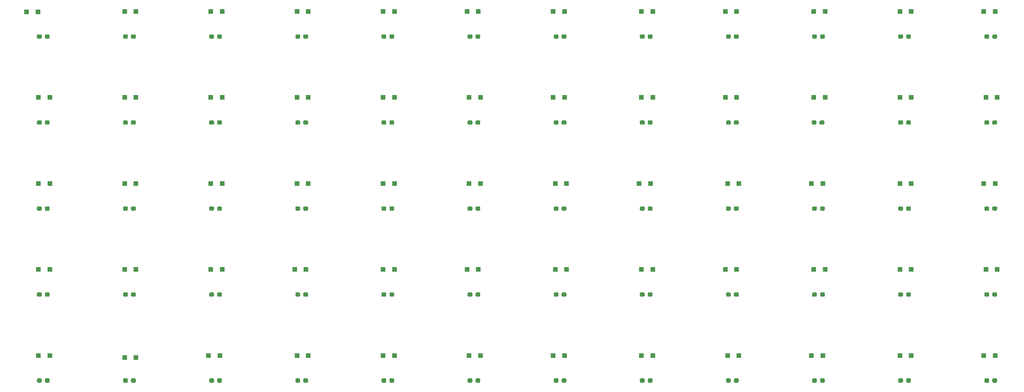
<source format=gbr>
%TF.GenerationSoftware,KiCad,Pcbnew,(5.1.9)-1*%
%TF.CreationDate,2021-10-30T21:00:12+02:00*%
%TF.ProjectId,88RPI,38385250-492e-46b6-9963-61645f706362,rev?*%
%TF.SameCoordinates,Original*%
%TF.FileFunction,Paste,Top*%
%TF.FilePolarity,Positive*%
%FSLAX46Y46*%
G04 Gerber Fmt 4.6, Leading zero omitted, Abs format (unit mm)*
G04 Created by KiCad (PCBNEW (5.1.9)-1) date 2021-10-30 21:00:12*
%MOMM*%
%LPD*%
G01*
G04 APERTURE LIST*
%ADD10R,1.000000X1.000000*%
G04 APERTURE END LIST*
%TO.C,SW1*%
G36*
G01*
X30150000Y-88779900D02*
X30150000Y-88304900D01*
G75*
G02*
X30387500Y-88067400I237500J0D01*
G01*
X30962500Y-88067400D01*
G75*
G02*
X31200000Y-88304900I0J-237500D01*
G01*
X31200000Y-88779900D01*
G75*
G02*
X30962500Y-89017400I-237500J0D01*
G01*
X30387500Y-89017400D01*
G75*
G02*
X30150000Y-88779900I0J237500D01*
G01*
G37*
G36*
G01*
X28400000Y-88779900D02*
X28400000Y-88304900D01*
G75*
G02*
X28637500Y-88067400I237500J0D01*
G01*
X29212500Y-88067400D01*
G75*
G02*
X29450000Y-88304900I0J-237500D01*
G01*
X29450000Y-88779900D01*
G75*
G02*
X29212500Y-89017400I-237500J0D01*
G01*
X28637500Y-89017400D01*
G75*
G02*
X28400000Y-88779900I0J237500D01*
G01*
G37*
%TD*%
%TO.C,SW2*%
G36*
G01*
X47400000Y-88779900D02*
X47400000Y-88304900D01*
G75*
G02*
X47637500Y-88067400I237500J0D01*
G01*
X48212500Y-88067400D01*
G75*
G02*
X48450000Y-88304900I0J-237500D01*
G01*
X48450000Y-88779900D01*
G75*
G02*
X48212500Y-89017400I-237500J0D01*
G01*
X47637500Y-89017400D01*
G75*
G02*
X47400000Y-88779900I0J237500D01*
G01*
G37*
G36*
G01*
X49150000Y-88779900D02*
X49150000Y-88304900D01*
G75*
G02*
X49387500Y-88067400I237500J0D01*
G01*
X49962500Y-88067400D01*
G75*
G02*
X50200000Y-88304900I0J-237500D01*
G01*
X50200000Y-88779900D01*
G75*
G02*
X49962500Y-89017400I-237500J0D01*
G01*
X49387500Y-89017400D01*
G75*
G02*
X49150000Y-88779900I0J237500D01*
G01*
G37*
%TD*%
%TO.C,SW3*%
G36*
G01*
X68150000Y-88779900D02*
X68150000Y-88304900D01*
G75*
G02*
X68387500Y-88067400I237500J0D01*
G01*
X68962500Y-88067400D01*
G75*
G02*
X69200000Y-88304900I0J-237500D01*
G01*
X69200000Y-88779900D01*
G75*
G02*
X68962500Y-89017400I-237500J0D01*
G01*
X68387500Y-89017400D01*
G75*
G02*
X68150000Y-88779900I0J237500D01*
G01*
G37*
G36*
G01*
X66400000Y-88779900D02*
X66400000Y-88304900D01*
G75*
G02*
X66637500Y-88067400I237500J0D01*
G01*
X67212500Y-88067400D01*
G75*
G02*
X67450000Y-88304900I0J-237500D01*
G01*
X67450000Y-88779900D01*
G75*
G02*
X67212500Y-89017400I-237500J0D01*
G01*
X66637500Y-89017400D01*
G75*
G02*
X66400000Y-88779900I0J237500D01*
G01*
G37*
%TD*%
%TO.C,SW4*%
G36*
G01*
X85400000Y-88779900D02*
X85400000Y-88304900D01*
G75*
G02*
X85637500Y-88067400I237500J0D01*
G01*
X86212500Y-88067400D01*
G75*
G02*
X86450000Y-88304900I0J-237500D01*
G01*
X86450000Y-88779900D01*
G75*
G02*
X86212500Y-89017400I-237500J0D01*
G01*
X85637500Y-89017400D01*
G75*
G02*
X85400000Y-88779900I0J237500D01*
G01*
G37*
G36*
G01*
X87150000Y-88779900D02*
X87150000Y-88304900D01*
G75*
G02*
X87387500Y-88067400I237500J0D01*
G01*
X87962500Y-88067400D01*
G75*
G02*
X88200000Y-88304900I0J-237500D01*
G01*
X88200000Y-88779900D01*
G75*
G02*
X87962500Y-89017400I-237500J0D01*
G01*
X87387500Y-89017400D01*
G75*
G02*
X87150000Y-88779900I0J237500D01*
G01*
G37*
%TD*%
%TO.C,SW5*%
G36*
G01*
X106150000Y-88779900D02*
X106150000Y-88304900D01*
G75*
G02*
X106387500Y-88067400I237500J0D01*
G01*
X106962500Y-88067400D01*
G75*
G02*
X107200000Y-88304900I0J-237500D01*
G01*
X107200000Y-88779900D01*
G75*
G02*
X106962500Y-89017400I-237500J0D01*
G01*
X106387500Y-89017400D01*
G75*
G02*
X106150000Y-88779900I0J237500D01*
G01*
G37*
G36*
G01*
X104400000Y-88779900D02*
X104400000Y-88304900D01*
G75*
G02*
X104637500Y-88067400I237500J0D01*
G01*
X105212500Y-88067400D01*
G75*
G02*
X105450000Y-88304900I0J-237500D01*
G01*
X105450000Y-88779900D01*
G75*
G02*
X105212500Y-89017400I-237500J0D01*
G01*
X104637500Y-89017400D01*
G75*
G02*
X104400000Y-88779900I0J237500D01*
G01*
G37*
%TD*%
%TO.C,SW6*%
G36*
G01*
X123400000Y-88779900D02*
X123400000Y-88304900D01*
G75*
G02*
X123637500Y-88067400I237500J0D01*
G01*
X124212500Y-88067400D01*
G75*
G02*
X124450000Y-88304900I0J-237500D01*
G01*
X124450000Y-88779900D01*
G75*
G02*
X124212500Y-89017400I-237500J0D01*
G01*
X123637500Y-89017400D01*
G75*
G02*
X123400000Y-88779900I0J237500D01*
G01*
G37*
G36*
G01*
X125150000Y-88779900D02*
X125150000Y-88304900D01*
G75*
G02*
X125387500Y-88067400I237500J0D01*
G01*
X125962500Y-88067400D01*
G75*
G02*
X126200000Y-88304900I0J-237500D01*
G01*
X126200000Y-88779900D01*
G75*
G02*
X125962500Y-89017400I-237500J0D01*
G01*
X125387500Y-89017400D01*
G75*
G02*
X125150000Y-88779900I0J237500D01*
G01*
G37*
%TD*%
%TO.C,SW7*%
G36*
G01*
X144150000Y-88779900D02*
X144150000Y-88304900D01*
G75*
G02*
X144387500Y-88067400I237500J0D01*
G01*
X144962500Y-88067400D01*
G75*
G02*
X145200000Y-88304900I0J-237500D01*
G01*
X145200000Y-88779900D01*
G75*
G02*
X144962500Y-89017400I-237500J0D01*
G01*
X144387500Y-89017400D01*
G75*
G02*
X144150000Y-88779900I0J237500D01*
G01*
G37*
G36*
G01*
X142400000Y-88779900D02*
X142400000Y-88304900D01*
G75*
G02*
X142637500Y-88067400I237500J0D01*
G01*
X143212500Y-88067400D01*
G75*
G02*
X143450000Y-88304900I0J-237500D01*
G01*
X143450000Y-88779900D01*
G75*
G02*
X143212500Y-89017400I-237500J0D01*
G01*
X142637500Y-89017400D01*
G75*
G02*
X142400000Y-88779900I0J237500D01*
G01*
G37*
%TD*%
%TO.C,SW8*%
G36*
G01*
X161400000Y-88779900D02*
X161400000Y-88304900D01*
G75*
G02*
X161637500Y-88067400I237500J0D01*
G01*
X162212500Y-88067400D01*
G75*
G02*
X162450000Y-88304900I0J-237500D01*
G01*
X162450000Y-88779900D01*
G75*
G02*
X162212500Y-89017400I-237500J0D01*
G01*
X161637500Y-89017400D01*
G75*
G02*
X161400000Y-88779900I0J237500D01*
G01*
G37*
G36*
G01*
X163150000Y-88779900D02*
X163150000Y-88304900D01*
G75*
G02*
X163387500Y-88067400I237500J0D01*
G01*
X163962500Y-88067400D01*
G75*
G02*
X164200000Y-88304900I0J-237500D01*
G01*
X164200000Y-88779900D01*
G75*
G02*
X163962500Y-89017400I-237500J0D01*
G01*
X163387500Y-89017400D01*
G75*
G02*
X163150000Y-88779900I0J237500D01*
G01*
G37*
%TD*%
%TO.C,SW9*%
G36*
G01*
X182150000Y-88779900D02*
X182150000Y-88304900D01*
G75*
G02*
X182387500Y-88067400I237500J0D01*
G01*
X182962500Y-88067400D01*
G75*
G02*
X183200000Y-88304900I0J-237500D01*
G01*
X183200000Y-88779900D01*
G75*
G02*
X182962500Y-89017400I-237500J0D01*
G01*
X182387500Y-89017400D01*
G75*
G02*
X182150000Y-88779900I0J237500D01*
G01*
G37*
G36*
G01*
X180400000Y-88779900D02*
X180400000Y-88304900D01*
G75*
G02*
X180637500Y-88067400I237500J0D01*
G01*
X181212500Y-88067400D01*
G75*
G02*
X181450000Y-88304900I0J-237500D01*
G01*
X181450000Y-88779900D01*
G75*
G02*
X181212500Y-89017400I-237500J0D01*
G01*
X180637500Y-89017400D01*
G75*
G02*
X180400000Y-88779900I0J237500D01*
G01*
G37*
%TD*%
%TO.C,SW10*%
G36*
G01*
X201150000Y-88779900D02*
X201150000Y-88304900D01*
G75*
G02*
X201387500Y-88067400I237500J0D01*
G01*
X201962500Y-88067400D01*
G75*
G02*
X202200000Y-88304900I0J-237500D01*
G01*
X202200000Y-88779900D01*
G75*
G02*
X201962500Y-89017400I-237500J0D01*
G01*
X201387500Y-89017400D01*
G75*
G02*
X201150000Y-88779900I0J237500D01*
G01*
G37*
G36*
G01*
X199400000Y-88779900D02*
X199400000Y-88304900D01*
G75*
G02*
X199637500Y-88067400I237500J0D01*
G01*
X200212500Y-88067400D01*
G75*
G02*
X200450000Y-88304900I0J-237500D01*
G01*
X200450000Y-88779900D01*
G75*
G02*
X200212500Y-89017400I-237500J0D01*
G01*
X199637500Y-89017400D01*
G75*
G02*
X199400000Y-88779900I0J237500D01*
G01*
G37*
%TD*%
%TO.C,SW11*%
G36*
G01*
X220150000Y-88779900D02*
X220150000Y-88304900D01*
G75*
G02*
X220387500Y-88067400I237500J0D01*
G01*
X220962500Y-88067400D01*
G75*
G02*
X221200000Y-88304900I0J-237500D01*
G01*
X221200000Y-88779900D01*
G75*
G02*
X220962500Y-89017400I-237500J0D01*
G01*
X220387500Y-89017400D01*
G75*
G02*
X220150000Y-88779900I0J237500D01*
G01*
G37*
G36*
G01*
X218400000Y-88779900D02*
X218400000Y-88304900D01*
G75*
G02*
X218637500Y-88067400I237500J0D01*
G01*
X219212500Y-88067400D01*
G75*
G02*
X219450000Y-88304900I0J-237500D01*
G01*
X219450000Y-88779900D01*
G75*
G02*
X219212500Y-89017400I-237500J0D01*
G01*
X218637500Y-89017400D01*
G75*
G02*
X218400000Y-88779900I0J237500D01*
G01*
G37*
%TD*%
%TO.C,SW12*%
G36*
G01*
X237400000Y-88779900D02*
X237400000Y-88304900D01*
G75*
G02*
X237637500Y-88067400I237500J0D01*
G01*
X238212500Y-88067400D01*
G75*
G02*
X238450000Y-88304900I0J-237500D01*
G01*
X238450000Y-88779900D01*
G75*
G02*
X238212500Y-89017400I-237500J0D01*
G01*
X237637500Y-89017400D01*
G75*
G02*
X237400000Y-88779900I0J237500D01*
G01*
G37*
G36*
G01*
X239150000Y-88779900D02*
X239150000Y-88304900D01*
G75*
G02*
X239387500Y-88067400I237500J0D01*
G01*
X239962500Y-88067400D01*
G75*
G02*
X240200000Y-88304900I0J-237500D01*
G01*
X240200000Y-88779900D01*
G75*
G02*
X239962500Y-89017400I-237500J0D01*
G01*
X239387500Y-89017400D01*
G75*
G02*
X239150000Y-88779900I0J237500D01*
G01*
G37*
%TD*%
%TO.C,SW13*%
G36*
G01*
X30150000Y-107779900D02*
X30150000Y-107304900D01*
G75*
G02*
X30387500Y-107067400I237500J0D01*
G01*
X30962500Y-107067400D01*
G75*
G02*
X31200000Y-107304900I0J-237500D01*
G01*
X31200000Y-107779900D01*
G75*
G02*
X30962500Y-108017400I-237500J0D01*
G01*
X30387500Y-108017400D01*
G75*
G02*
X30150000Y-107779900I0J237500D01*
G01*
G37*
G36*
G01*
X28400000Y-107779900D02*
X28400000Y-107304900D01*
G75*
G02*
X28637500Y-107067400I237500J0D01*
G01*
X29212500Y-107067400D01*
G75*
G02*
X29450000Y-107304900I0J-237500D01*
G01*
X29450000Y-107779900D01*
G75*
G02*
X29212500Y-108017400I-237500J0D01*
G01*
X28637500Y-108017400D01*
G75*
G02*
X28400000Y-107779900I0J237500D01*
G01*
G37*
%TD*%
%TO.C,SW14*%
G36*
G01*
X47400000Y-107779900D02*
X47400000Y-107304900D01*
G75*
G02*
X47637500Y-107067400I237500J0D01*
G01*
X48212500Y-107067400D01*
G75*
G02*
X48450000Y-107304900I0J-237500D01*
G01*
X48450000Y-107779900D01*
G75*
G02*
X48212500Y-108017400I-237500J0D01*
G01*
X47637500Y-108017400D01*
G75*
G02*
X47400000Y-107779900I0J237500D01*
G01*
G37*
G36*
G01*
X49150000Y-107779900D02*
X49150000Y-107304900D01*
G75*
G02*
X49387500Y-107067400I237500J0D01*
G01*
X49962500Y-107067400D01*
G75*
G02*
X50200000Y-107304900I0J-237500D01*
G01*
X50200000Y-107779900D01*
G75*
G02*
X49962500Y-108017400I-237500J0D01*
G01*
X49387500Y-108017400D01*
G75*
G02*
X49150000Y-107779900I0J237500D01*
G01*
G37*
%TD*%
%TO.C,SW15*%
G36*
G01*
X68150000Y-107779900D02*
X68150000Y-107304900D01*
G75*
G02*
X68387500Y-107067400I237500J0D01*
G01*
X68962500Y-107067400D01*
G75*
G02*
X69200000Y-107304900I0J-237500D01*
G01*
X69200000Y-107779900D01*
G75*
G02*
X68962500Y-108017400I-237500J0D01*
G01*
X68387500Y-108017400D01*
G75*
G02*
X68150000Y-107779900I0J237500D01*
G01*
G37*
G36*
G01*
X66400000Y-107779900D02*
X66400000Y-107304900D01*
G75*
G02*
X66637500Y-107067400I237500J0D01*
G01*
X67212500Y-107067400D01*
G75*
G02*
X67450000Y-107304900I0J-237500D01*
G01*
X67450000Y-107779900D01*
G75*
G02*
X67212500Y-108017400I-237500J0D01*
G01*
X66637500Y-108017400D01*
G75*
G02*
X66400000Y-107779900I0J237500D01*
G01*
G37*
%TD*%
%TO.C,SW16*%
G36*
G01*
X85400000Y-107779900D02*
X85400000Y-107304900D01*
G75*
G02*
X85637500Y-107067400I237500J0D01*
G01*
X86212500Y-107067400D01*
G75*
G02*
X86450000Y-107304900I0J-237500D01*
G01*
X86450000Y-107779900D01*
G75*
G02*
X86212500Y-108017400I-237500J0D01*
G01*
X85637500Y-108017400D01*
G75*
G02*
X85400000Y-107779900I0J237500D01*
G01*
G37*
G36*
G01*
X87150000Y-107779900D02*
X87150000Y-107304900D01*
G75*
G02*
X87387500Y-107067400I237500J0D01*
G01*
X87962500Y-107067400D01*
G75*
G02*
X88200000Y-107304900I0J-237500D01*
G01*
X88200000Y-107779900D01*
G75*
G02*
X87962500Y-108017400I-237500J0D01*
G01*
X87387500Y-108017400D01*
G75*
G02*
X87150000Y-107779900I0J237500D01*
G01*
G37*
%TD*%
%TO.C,SW17*%
G36*
G01*
X106150000Y-107779900D02*
X106150000Y-107304900D01*
G75*
G02*
X106387500Y-107067400I237500J0D01*
G01*
X106962500Y-107067400D01*
G75*
G02*
X107200000Y-107304900I0J-237500D01*
G01*
X107200000Y-107779900D01*
G75*
G02*
X106962500Y-108017400I-237500J0D01*
G01*
X106387500Y-108017400D01*
G75*
G02*
X106150000Y-107779900I0J237500D01*
G01*
G37*
G36*
G01*
X104400000Y-107779900D02*
X104400000Y-107304900D01*
G75*
G02*
X104637500Y-107067400I237500J0D01*
G01*
X105212500Y-107067400D01*
G75*
G02*
X105450000Y-107304900I0J-237500D01*
G01*
X105450000Y-107779900D01*
G75*
G02*
X105212500Y-108017400I-237500J0D01*
G01*
X104637500Y-108017400D01*
G75*
G02*
X104400000Y-107779900I0J237500D01*
G01*
G37*
%TD*%
%TO.C,SW18*%
G36*
G01*
X125150000Y-107779900D02*
X125150000Y-107304900D01*
G75*
G02*
X125387500Y-107067400I237500J0D01*
G01*
X125962500Y-107067400D01*
G75*
G02*
X126200000Y-107304900I0J-237500D01*
G01*
X126200000Y-107779900D01*
G75*
G02*
X125962500Y-108017400I-237500J0D01*
G01*
X125387500Y-108017400D01*
G75*
G02*
X125150000Y-107779900I0J237500D01*
G01*
G37*
G36*
G01*
X123400000Y-107779900D02*
X123400000Y-107304900D01*
G75*
G02*
X123637500Y-107067400I237500J0D01*
G01*
X124212500Y-107067400D01*
G75*
G02*
X124450000Y-107304900I0J-237500D01*
G01*
X124450000Y-107779900D01*
G75*
G02*
X124212500Y-108017400I-237500J0D01*
G01*
X123637500Y-108017400D01*
G75*
G02*
X123400000Y-107779900I0J237500D01*
G01*
G37*
%TD*%
%TO.C,SW19*%
G36*
G01*
X144150000Y-107779900D02*
X144150000Y-107304900D01*
G75*
G02*
X144387500Y-107067400I237500J0D01*
G01*
X144962500Y-107067400D01*
G75*
G02*
X145200000Y-107304900I0J-237500D01*
G01*
X145200000Y-107779900D01*
G75*
G02*
X144962500Y-108017400I-237500J0D01*
G01*
X144387500Y-108017400D01*
G75*
G02*
X144150000Y-107779900I0J237500D01*
G01*
G37*
G36*
G01*
X142400000Y-107779900D02*
X142400000Y-107304900D01*
G75*
G02*
X142637500Y-107067400I237500J0D01*
G01*
X143212500Y-107067400D01*
G75*
G02*
X143450000Y-107304900I0J-237500D01*
G01*
X143450000Y-107779900D01*
G75*
G02*
X143212500Y-108017400I-237500J0D01*
G01*
X142637500Y-108017400D01*
G75*
G02*
X142400000Y-107779900I0J237500D01*
G01*
G37*
%TD*%
%TO.C,SW20*%
G36*
G01*
X161400000Y-107779900D02*
X161400000Y-107304900D01*
G75*
G02*
X161637500Y-107067400I237500J0D01*
G01*
X162212500Y-107067400D01*
G75*
G02*
X162450000Y-107304900I0J-237500D01*
G01*
X162450000Y-107779900D01*
G75*
G02*
X162212500Y-108017400I-237500J0D01*
G01*
X161637500Y-108017400D01*
G75*
G02*
X161400000Y-107779900I0J237500D01*
G01*
G37*
G36*
G01*
X163150000Y-107779900D02*
X163150000Y-107304900D01*
G75*
G02*
X163387500Y-107067400I237500J0D01*
G01*
X163962500Y-107067400D01*
G75*
G02*
X164200000Y-107304900I0J-237500D01*
G01*
X164200000Y-107779900D01*
G75*
G02*
X163962500Y-108017400I-237500J0D01*
G01*
X163387500Y-108017400D01*
G75*
G02*
X163150000Y-107779900I0J237500D01*
G01*
G37*
%TD*%
%TO.C,SW21*%
G36*
G01*
X182150000Y-107779900D02*
X182150000Y-107304900D01*
G75*
G02*
X182387500Y-107067400I237500J0D01*
G01*
X182962500Y-107067400D01*
G75*
G02*
X183200000Y-107304900I0J-237500D01*
G01*
X183200000Y-107779900D01*
G75*
G02*
X182962500Y-108017400I-237500J0D01*
G01*
X182387500Y-108017400D01*
G75*
G02*
X182150000Y-107779900I0J237500D01*
G01*
G37*
G36*
G01*
X180400000Y-107779900D02*
X180400000Y-107304900D01*
G75*
G02*
X180637500Y-107067400I237500J0D01*
G01*
X181212500Y-107067400D01*
G75*
G02*
X181450000Y-107304900I0J-237500D01*
G01*
X181450000Y-107779900D01*
G75*
G02*
X181212500Y-108017400I-237500J0D01*
G01*
X180637500Y-108017400D01*
G75*
G02*
X180400000Y-107779900I0J237500D01*
G01*
G37*
%TD*%
%TO.C,SW22*%
G36*
G01*
X199300000Y-107779900D02*
X199300000Y-107304900D01*
G75*
G02*
X199537500Y-107067400I237500J0D01*
G01*
X200112500Y-107067400D01*
G75*
G02*
X200350000Y-107304900I0J-237500D01*
G01*
X200350000Y-107779900D01*
G75*
G02*
X200112500Y-108017400I-237500J0D01*
G01*
X199537500Y-108017400D01*
G75*
G02*
X199300000Y-107779900I0J237500D01*
G01*
G37*
G36*
G01*
X201050000Y-107779900D02*
X201050000Y-107304900D01*
G75*
G02*
X201287500Y-107067400I237500J0D01*
G01*
X201862500Y-107067400D01*
G75*
G02*
X202100000Y-107304900I0J-237500D01*
G01*
X202100000Y-107779900D01*
G75*
G02*
X201862500Y-108017400I-237500J0D01*
G01*
X201287500Y-108017400D01*
G75*
G02*
X201050000Y-107779900I0J237500D01*
G01*
G37*
%TD*%
%TO.C,SW23*%
G36*
G01*
X220150000Y-107779900D02*
X220150000Y-107304900D01*
G75*
G02*
X220387500Y-107067400I237500J0D01*
G01*
X220962500Y-107067400D01*
G75*
G02*
X221200000Y-107304900I0J-237500D01*
G01*
X221200000Y-107779900D01*
G75*
G02*
X220962500Y-108017400I-237500J0D01*
G01*
X220387500Y-108017400D01*
G75*
G02*
X220150000Y-107779900I0J237500D01*
G01*
G37*
G36*
G01*
X218400000Y-107779900D02*
X218400000Y-107304900D01*
G75*
G02*
X218637500Y-107067400I237500J0D01*
G01*
X219212500Y-107067400D01*
G75*
G02*
X219450000Y-107304900I0J-237500D01*
G01*
X219450000Y-107779900D01*
G75*
G02*
X219212500Y-108017400I-237500J0D01*
G01*
X218637500Y-108017400D01*
G75*
G02*
X218400000Y-107779900I0J237500D01*
G01*
G37*
%TD*%
%TO.C,SW24*%
G36*
G01*
X237400000Y-107779900D02*
X237400000Y-107304900D01*
G75*
G02*
X237637500Y-107067400I237500J0D01*
G01*
X238212500Y-107067400D01*
G75*
G02*
X238450000Y-107304900I0J-237500D01*
G01*
X238450000Y-107779900D01*
G75*
G02*
X238212500Y-108017400I-237500J0D01*
G01*
X237637500Y-108017400D01*
G75*
G02*
X237400000Y-107779900I0J237500D01*
G01*
G37*
G36*
G01*
X239150000Y-107779900D02*
X239150000Y-107304900D01*
G75*
G02*
X239387500Y-107067400I237500J0D01*
G01*
X239962500Y-107067400D01*
G75*
G02*
X240200000Y-107304900I0J-237500D01*
G01*
X240200000Y-107779900D01*
G75*
G02*
X239962500Y-108017400I-237500J0D01*
G01*
X239387500Y-108017400D01*
G75*
G02*
X239150000Y-107779900I0J237500D01*
G01*
G37*
%TD*%
%TO.C,SW25*%
G36*
G01*
X30150000Y-126779900D02*
X30150000Y-126304900D01*
G75*
G02*
X30387500Y-126067400I237500J0D01*
G01*
X30962500Y-126067400D01*
G75*
G02*
X31200000Y-126304900I0J-237500D01*
G01*
X31200000Y-126779900D01*
G75*
G02*
X30962500Y-127017400I-237500J0D01*
G01*
X30387500Y-127017400D01*
G75*
G02*
X30150000Y-126779900I0J237500D01*
G01*
G37*
G36*
G01*
X28400000Y-126779900D02*
X28400000Y-126304900D01*
G75*
G02*
X28637500Y-126067400I237500J0D01*
G01*
X29212500Y-126067400D01*
G75*
G02*
X29450000Y-126304900I0J-237500D01*
G01*
X29450000Y-126779900D01*
G75*
G02*
X29212500Y-127017400I-237500J0D01*
G01*
X28637500Y-127017400D01*
G75*
G02*
X28400000Y-126779900I0J237500D01*
G01*
G37*
%TD*%
%TO.C,SW26*%
G36*
G01*
X47400000Y-126779900D02*
X47400000Y-126304900D01*
G75*
G02*
X47637500Y-126067400I237500J0D01*
G01*
X48212500Y-126067400D01*
G75*
G02*
X48450000Y-126304900I0J-237500D01*
G01*
X48450000Y-126779900D01*
G75*
G02*
X48212500Y-127017400I-237500J0D01*
G01*
X47637500Y-127017400D01*
G75*
G02*
X47400000Y-126779900I0J237500D01*
G01*
G37*
G36*
G01*
X49150000Y-126779900D02*
X49150000Y-126304900D01*
G75*
G02*
X49387500Y-126067400I237500J0D01*
G01*
X49962500Y-126067400D01*
G75*
G02*
X50200000Y-126304900I0J-237500D01*
G01*
X50200000Y-126779900D01*
G75*
G02*
X49962500Y-127017400I-237500J0D01*
G01*
X49387500Y-127017400D01*
G75*
G02*
X49150000Y-126779900I0J237500D01*
G01*
G37*
%TD*%
%TO.C,SW27*%
G36*
G01*
X66400000Y-126779900D02*
X66400000Y-126304900D01*
G75*
G02*
X66637500Y-126067400I237500J0D01*
G01*
X67212500Y-126067400D01*
G75*
G02*
X67450000Y-126304900I0J-237500D01*
G01*
X67450000Y-126779900D01*
G75*
G02*
X67212500Y-127017400I-237500J0D01*
G01*
X66637500Y-127017400D01*
G75*
G02*
X66400000Y-126779900I0J237500D01*
G01*
G37*
G36*
G01*
X68150000Y-126779900D02*
X68150000Y-126304900D01*
G75*
G02*
X68387500Y-126067400I237500J0D01*
G01*
X68962500Y-126067400D01*
G75*
G02*
X69200000Y-126304900I0J-237500D01*
G01*
X69200000Y-126779900D01*
G75*
G02*
X68962500Y-127017400I-237500J0D01*
G01*
X68387500Y-127017400D01*
G75*
G02*
X68150000Y-126779900I0J237500D01*
G01*
G37*
%TD*%
%TO.C,SW28*%
G36*
G01*
X85400000Y-126779900D02*
X85400000Y-126304900D01*
G75*
G02*
X85637500Y-126067400I237500J0D01*
G01*
X86212500Y-126067400D01*
G75*
G02*
X86450000Y-126304900I0J-237500D01*
G01*
X86450000Y-126779900D01*
G75*
G02*
X86212500Y-127017400I-237500J0D01*
G01*
X85637500Y-127017400D01*
G75*
G02*
X85400000Y-126779900I0J237500D01*
G01*
G37*
G36*
G01*
X87150000Y-126779900D02*
X87150000Y-126304900D01*
G75*
G02*
X87387500Y-126067400I237500J0D01*
G01*
X87962500Y-126067400D01*
G75*
G02*
X88200000Y-126304900I0J-237500D01*
G01*
X88200000Y-126779900D01*
G75*
G02*
X87962500Y-127017400I-237500J0D01*
G01*
X87387500Y-127017400D01*
G75*
G02*
X87150000Y-126779900I0J237500D01*
G01*
G37*
%TD*%
%TO.C,SW29*%
G36*
G01*
X106150000Y-126779900D02*
X106150000Y-126304900D01*
G75*
G02*
X106387500Y-126067400I237500J0D01*
G01*
X106962500Y-126067400D01*
G75*
G02*
X107200000Y-126304900I0J-237500D01*
G01*
X107200000Y-126779900D01*
G75*
G02*
X106962500Y-127017400I-237500J0D01*
G01*
X106387500Y-127017400D01*
G75*
G02*
X106150000Y-126779900I0J237500D01*
G01*
G37*
G36*
G01*
X104400000Y-126779900D02*
X104400000Y-126304900D01*
G75*
G02*
X104637500Y-126067400I237500J0D01*
G01*
X105212500Y-126067400D01*
G75*
G02*
X105450000Y-126304900I0J-237500D01*
G01*
X105450000Y-126779900D01*
G75*
G02*
X105212500Y-127017400I-237500J0D01*
G01*
X104637500Y-127017400D01*
G75*
G02*
X104400000Y-126779900I0J237500D01*
G01*
G37*
%TD*%
%TO.C,SW30*%
G36*
G01*
X123400000Y-126779900D02*
X123400000Y-126304900D01*
G75*
G02*
X123637500Y-126067400I237500J0D01*
G01*
X124212500Y-126067400D01*
G75*
G02*
X124450000Y-126304900I0J-237500D01*
G01*
X124450000Y-126779900D01*
G75*
G02*
X124212500Y-127017400I-237500J0D01*
G01*
X123637500Y-127017400D01*
G75*
G02*
X123400000Y-126779900I0J237500D01*
G01*
G37*
G36*
G01*
X125150000Y-126779900D02*
X125150000Y-126304900D01*
G75*
G02*
X125387500Y-126067400I237500J0D01*
G01*
X125962500Y-126067400D01*
G75*
G02*
X126200000Y-126304900I0J-237500D01*
G01*
X126200000Y-126779900D01*
G75*
G02*
X125962500Y-127017400I-237500J0D01*
G01*
X125387500Y-127017400D01*
G75*
G02*
X125150000Y-126779900I0J237500D01*
G01*
G37*
%TD*%
%TO.C,SW31*%
G36*
G01*
X144150000Y-126779900D02*
X144150000Y-126304900D01*
G75*
G02*
X144387500Y-126067400I237500J0D01*
G01*
X144962500Y-126067400D01*
G75*
G02*
X145200000Y-126304900I0J-237500D01*
G01*
X145200000Y-126779900D01*
G75*
G02*
X144962500Y-127017400I-237500J0D01*
G01*
X144387500Y-127017400D01*
G75*
G02*
X144150000Y-126779900I0J237500D01*
G01*
G37*
G36*
G01*
X142400000Y-126779900D02*
X142400000Y-126304900D01*
G75*
G02*
X142637500Y-126067400I237500J0D01*
G01*
X143212500Y-126067400D01*
G75*
G02*
X143450000Y-126304900I0J-237500D01*
G01*
X143450000Y-126779900D01*
G75*
G02*
X143212500Y-127017400I-237500J0D01*
G01*
X142637500Y-127017400D01*
G75*
G02*
X142400000Y-126779900I0J237500D01*
G01*
G37*
%TD*%
%TO.C,SW32*%
G36*
G01*
X161400000Y-126779900D02*
X161400000Y-126304900D01*
G75*
G02*
X161637500Y-126067400I237500J0D01*
G01*
X162212500Y-126067400D01*
G75*
G02*
X162450000Y-126304900I0J-237500D01*
G01*
X162450000Y-126779900D01*
G75*
G02*
X162212500Y-127017400I-237500J0D01*
G01*
X161637500Y-127017400D01*
G75*
G02*
X161400000Y-126779900I0J237500D01*
G01*
G37*
G36*
G01*
X163150000Y-126779900D02*
X163150000Y-126304900D01*
G75*
G02*
X163387500Y-126067400I237500J0D01*
G01*
X163962500Y-126067400D01*
G75*
G02*
X164200000Y-126304900I0J-237500D01*
G01*
X164200000Y-126779900D01*
G75*
G02*
X163962500Y-127017400I-237500J0D01*
G01*
X163387500Y-127017400D01*
G75*
G02*
X163150000Y-126779900I0J237500D01*
G01*
G37*
%TD*%
%TO.C,SW33*%
G36*
G01*
X182150000Y-126779900D02*
X182150000Y-126304900D01*
G75*
G02*
X182387500Y-126067400I237500J0D01*
G01*
X182962500Y-126067400D01*
G75*
G02*
X183200000Y-126304900I0J-237500D01*
G01*
X183200000Y-126779900D01*
G75*
G02*
X182962500Y-127017400I-237500J0D01*
G01*
X182387500Y-127017400D01*
G75*
G02*
X182150000Y-126779900I0J237500D01*
G01*
G37*
G36*
G01*
X180400000Y-126779900D02*
X180400000Y-126304900D01*
G75*
G02*
X180637500Y-126067400I237500J0D01*
G01*
X181212500Y-126067400D01*
G75*
G02*
X181450000Y-126304900I0J-237500D01*
G01*
X181450000Y-126779900D01*
G75*
G02*
X181212500Y-127017400I-237500J0D01*
G01*
X180637500Y-127017400D01*
G75*
G02*
X180400000Y-126779900I0J237500D01*
G01*
G37*
%TD*%
%TO.C,SW34*%
G36*
G01*
X199400000Y-126779900D02*
X199400000Y-126304900D01*
G75*
G02*
X199637500Y-126067400I237500J0D01*
G01*
X200212500Y-126067400D01*
G75*
G02*
X200450000Y-126304900I0J-237500D01*
G01*
X200450000Y-126779900D01*
G75*
G02*
X200212500Y-127017400I-237500J0D01*
G01*
X199637500Y-127017400D01*
G75*
G02*
X199400000Y-126779900I0J237500D01*
G01*
G37*
G36*
G01*
X201150000Y-126779900D02*
X201150000Y-126304900D01*
G75*
G02*
X201387500Y-126067400I237500J0D01*
G01*
X201962500Y-126067400D01*
G75*
G02*
X202200000Y-126304900I0J-237500D01*
G01*
X202200000Y-126779900D01*
G75*
G02*
X201962500Y-127017400I-237500J0D01*
G01*
X201387500Y-127017400D01*
G75*
G02*
X201150000Y-126779900I0J237500D01*
G01*
G37*
%TD*%
%TO.C,SW35*%
G36*
G01*
X218400000Y-126779900D02*
X218400000Y-126304900D01*
G75*
G02*
X218637500Y-126067400I237500J0D01*
G01*
X219212500Y-126067400D01*
G75*
G02*
X219450000Y-126304900I0J-237500D01*
G01*
X219450000Y-126779900D01*
G75*
G02*
X219212500Y-127017400I-237500J0D01*
G01*
X218637500Y-127017400D01*
G75*
G02*
X218400000Y-126779900I0J237500D01*
G01*
G37*
G36*
G01*
X220150000Y-126779900D02*
X220150000Y-126304900D01*
G75*
G02*
X220387500Y-126067400I237500J0D01*
G01*
X220962500Y-126067400D01*
G75*
G02*
X221200000Y-126304900I0J-237500D01*
G01*
X221200000Y-126779900D01*
G75*
G02*
X220962500Y-127017400I-237500J0D01*
G01*
X220387500Y-127017400D01*
G75*
G02*
X220150000Y-126779900I0J237500D01*
G01*
G37*
%TD*%
%TO.C,SW36*%
G36*
G01*
X237400000Y-126779900D02*
X237400000Y-126304900D01*
G75*
G02*
X237637500Y-126067400I237500J0D01*
G01*
X238212500Y-126067400D01*
G75*
G02*
X238450000Y-126304900I0J-237500D01*
G01*
X238450000Y-126779900D01*
G75*
G02*
X238212500Y-127017400I-237500J0D01*
G01*
X237637500Y-127017400D01*
G75*
G02*
X237400000Y-126779900I0J237500D01*
G01*
G37*
G36*
G01*
X239150000Y-126779900D02*
X239150000Y-126304900D01*
G75*
G02*
X239387500Y-126067400I237500J0D01*
G01*
X239962500Y-126067400D01*
G75*
G02*
X240200000Y-126304900I0J-237500D01*
G01*
X240200000Y-126779900D01*
G75*
G02*
X239962500Y-127017400I-237500J0D01*
G01*
X239387500Y-127017400D01*
G75*
G02*
X239150000Y-126779900I0J237500D01*
G01*
G37*
%TD*%
%TO.C,SW37*%
G36*
G01*
X30150000Y-145779900D02*
X30150000Y-145304900D01*
G75*
G02*
X30387500Y-145067400I237500J0D01*
G01*
X30962500Y-145067400D01*
G75*
G02*
X31200000Y-145304900I0J-237500D01*
G01*
X31200000Y-145779900D01*
G75*
G02*
X30962500Y-146017400I-237500J0D01*
G01*
X30387500Y-146017400D01*
G75*
G02*
X30150000Y-145779900I0J237500D01*
G01*
G37*
G36*
G01*
X28400000Y-145779900D02*
X28400000Y-145304900D01*
G75*
G02*
X28637500Y-145067400I237500J0D01*
G01*
X29212500Y-145067400D01*
G75*
G02*
X29450000Y-145304900I0J-237500D01*
G01*
X29450000Y-145779900D01*
G75*
G02*
X29212500Y-146017400I-237500J0D01*
G01*
X28637500Y-146017400D01*
G75*
G02*
X28400000Y-145779900I0J237500D01*
G01*
G37*
%TD*%
%TO.C,SW38*%
G36*
G01*
X47400000Y-145779900D02*
X47400000Y-145304900D01*
G75*
G02*
X47637500Y-145067400I237500J0D01*
G01*
X48212500Y-145067400D01*
G75*
G02*
X48450000Y-145304900I0J-237500D01*
G01*
X48450000Y-145779900D01*
G75*
G02*
X48212500Y-146017400I-237500J0D01*
G01*
X47637500Y-146017400D01*
G75*
G02*
X47400000Y-145779900I0J237500D01*
G01*
G37*
G36*
G01*
X49150000Y-145779900D02*
X49150000Y-145304900D01*
G75*
G02*
X49387500Y-145067400I237500J0D01*
G01*
X49962500Y-145067400D01*
G75*
G02*
X50200000Y-145304900I0J-237500D01*
G01*
X50200000Y-145779900D01*
G75*
G02*
X49962500Y-146017400I-237500J0D01*
G01*
X49387500Y-146017400D01*
G75*
G02*
X49150000Y-145779900I0J237500D01*
G01*
G37*
%TD*%
%TO.C,SW39*%
G36*
G01*
X68150000Y-145779900D02*
X68150000Y-145304900D01*
G75*
G02*
X68387500Y-145067400I237500J0D01*
G01*
X68962500Y-145067400D01*
G75*
G02*
X69200000Y-145304900I0J-237500D01*
G01*
X69200000Y-145779900D01*
G75*
G02*
X68962500Y-146017400I-237500J0D01*
G01*
X68387500Y-146017400D01*
G75*
G02*
X68150000Y-145779900I0J237500D01*
G01*
G37*
G36*
G01*
X66400000Y-145779900D02*
X66400000Y-145304900D01*
G75*
G02*
X66637500Y-145067400I237500J0D01*
G01*
X67212500Y-145067400D01*
G75*
G02*
X67450000Y-145304900I0J-237500D01*
G01*
X67450000Y-145779900D01*
G75*
G02*
X67212500Y-146017400I-237500J0D01*
G01*
X66637500Y-146017400D01*
G75*
G02*
X66400000Y-145779900I0J237500D01*
G01*
G37*
%TD*%
%TO.C,SW40*%
G36*
G01*
X85400000Y-145779900D02*
X85400000Y-145304900D01*
G75*
G02*
X85637500Y-145067400I237500J0D01*
G01*
X86212500Y-145067400D01*
G75*
G02*
X86450000Y-145304900I0J-237500D01*
G01*
X86450000Y-145779900D01*
G75*
G02*
X86212500Y-146017400I-237500J0D01*
G01*
X85637500Y-146017400D01*
G75*
G02*
X85400000Y-145779900I0J237500D01*
G01*
G37*
G36*
G01*
X87150000Y-145779900D02*
X87150000Y-145304900D01*
G75*
G02*
X87387500Y-145067400I237500J0D01*
G01*
X87962500Y-145067400D01*
G75*
G02*
X88200000Y-145304900I0J-237500D01*
G01*
X88200000Y-145779900D01*
G75*
G02*
X87962500Y-146017400I-237500J0D01*
G01*
X87387500Y-146017400D01*
G75*
G02*
X87150000Y-145779900I0J237500D01*
G01*
G37*
%TD*%
%TO.C,SW41*%
G36*
G01*
X106150000Y-145779900D02*
X106150000Y-145304900D01*
G75*
G02*
X106387500Y-145067400I237500J0D01*
G01*
X106962500Y-145067400D01*
G75*
G02*
X107200000Y-145304900I0J-237500D01*
G01*
X107200000Y-145779900D01*
G75*
G02*
X106962500Y-146017400I-237500J0D01*
G01*
X106387500Y-146017400D01*
G75*
G02*
X106150000Y-145779900I0J237500D01*
G01*
G37*
G36*
G01*
X104400000Y-145779900D02*
X104400000Y-145304900D01*
G75*
G02*
X104637500Y-145067400I237500J0D01*
G01*
X105212500Y-145067400D01*
G75*
G02*
X105450000Y-145304900I0J-237500D01*
G01*
X105450000Y-145779900D01*
G75*
G02*
X105212500Y-146017400I-237500J0D01*
G01*
X104637500Y-146017400D01*
G75*
G02*
X104400000Y-145779900I0J237500D01*
G01*
G37*
%TD*%
%TO.C,SW42*%
G36*
G01*
X123400000Y-145779900D02*
X123400000Y-145304900D01*
G75*
G02*
X123637500Y-145067400I237500J0D01*
G01*
X124212500Y-145067400D01*
G75*
G02*
X124450000Y-145304900I0J-237500D01*
G01*
X124450000Y-145779900D01*
G75*
G02*
X124212500Y-146017400I-237500J0D01*
G01*
X123637500Y-146017400D01*
G75*
G02*
X123400000Y-145779900I0J237500D01*
G01*
G37*
G36*
G01*
X125150000Y-145779900D02*
X125150000Y-145304900D01*
G75*
G02*
X125387500Y-145067400I237500J0D01*
G01*
X125962500Y-145067400D01*
G75*
G02*
X126200000Y-145304900I0J-237500D01*
G01*
X126200000Y-145779900D01*
G75*
G02*
X125962500Y-146017400I-237500J0D01*
G01*
X125387500Y-146017400D01*
G75*
G02*
X125150000Y-145779900I0J237500D01*
G01*
G37*
%TD*%
%TO.C,SW43*%
G36*
G01*
X144150000Y-145779900D02*
X144150000Y-145304900D01*
G75*
G02*
X144387500Y-145067400I237500J0D01*
G01*
X144962500Y-145067400D01*
G75*
G02*
X145200000Y-145304900I0J-237500D01*
G01*
X145200000Y-145779900D01*
G75*
G02*
X144962500Y-146017400I-237500J0D01*
G01*
X144387500Y-146017400D01*
G75*
G02*
X144150000Y-145779900I0J237500D01*
G01*
G37*
G36*
G01*
X142400000Y-145779900D02*
X142400000Y-145304900D01*
G75*
G02*
X142637500Y-145067400I237500J0D01*
G01*
X143212500Y-145067400D01*
G75*
G02*
X143450000Y-145304900I0J-237500D01*
G01*
X143450000Y-145779900D01*
G75*
G02*
X143212500Y-146017400I-237500J0D01*
G01*
X142637500Y-146017400D01*
G75*
G02*
X142400000Y-145779900I0J237500D01*
G01*
G37*
%TD*%
%TO.C,SW44*%
G36*
G01*
X161400000Y-145779900D02*
X161400000Y-145304900D01*
G75*
G02*
X161637500Y-145067400I237500J0D01*
G01*
X162212500Y-145067400D01*
G75*
G02*
X162450000Y-145304900I0J-237500D01*
G01*
X162450000Y-145779900D01*
G75*
G02*
X162212500Y-146017400I-237500J0D01*
G01*
X161637500Y-146017400D01*
G75*
G02*
X161400000Y-145779900I0J237500D01*
G01*
G37*
G36*
G01*
X163150000Y-145779900D02*
X163150000Y-145304900D01*
G75*
G02*
X163387500Y-145067400I237500J0D01*
G01*
X163962500Y-145067400D01*
G75*
G02*
X164200000Y-145304900I0J-237500D01*
G01*
X164200000Y-145779900D01*
G75*
G02*
X163962500Y-146017400I-237500J0D01*
G01*
X163387500Y-146017400D01*
G75*
G02*
X163150000Y-145779900I0J237500D01*
G01*
G37*
%TD*%
%TO.C,SW45*%
G36*
G01*
X182150000Y-145779900D02*
X182150000Y-145304900D01*
G75*
G02*
X182387500Y-145067400I237500J0D01*
G01*
X182962500Y-145067400D01*
G75*
G02*
X183200000Y-145304900I0J-237500D01*
G01*
X183200000Y-145779900D01*
G75*
G02*
X182962500Y-146017400I-237500J0D01*
G01*
X182387500Y-146017400D01*
G75*
G02*
X182150000Y-145779900I0J237500D01*
G01*
G37*
G36*
G01*
X180400000Y-145779900D02*
X180400000Y-145304900D01*
G75*
G02*
X180637500Y-145067400I237500J0D01*
G01*
X181212500Y-145067400D01*
G75*
G02*
X181450000Y-145304900I0J-237500D01*
G01*
X181450000Y-145779900D01*
G75*
G02*
X181212500Y-146017400I-237500J0D01*
G01*
X180637500Y-146017400D01*
G75*
G02*
X180400000Y-145779900I0J237500D01*
G01*
G37*
%TD*%
%TO.C,SW46*%
G36*
G01*
X199400000Y-145779900D02*
X199400000Y-145304900D01*
G75*
G02*
X199637500Y-145067400I237500J0D01*
G01*
X200212500Y-145067400D01*
G75*
G02*
X200450000Y-145304900I0J-237500D01*
G01*
X200450000Y-145779900D01*
G75*
G02*
X200212500Y-146017400I-237500J0D01*
G01*
X199637500Y-146017400D01*
G75*
G02*
X199400000Y-145779900I0J237500D01*
G01*
G37*
G36*
G01*
X201150000Y-145779900D02*
X201150000Y-145304900D01*
G75*
G02*
X201387500Y-145067400I237500J0D01*
G01*
X201962500Y-145067400D01*
G75*
G02*
X202200000Y-145304900I0J-237500D01*
G01*
X202200000Y-145779900D01*
G75*
G02*
X201962500Y-146017400I-237500J0D01*
G01*
X201387500Y-146017400D01*
G75*
G02*
X201150000Y-145779900I0J237500D01*
G01*
G37*
%TD*%
%TO.C,SW47*%
G36*
G01*
X218400000Y-145779900D02*
X218400000Y-145304900D01*
G75*
G02*
X218637500Y-145067400I237500J0D01*
G01*
X219212500Y-145067400D01*
G75*
G02*
X219450000Y-145304900I0J-237500D01*
G01*
X219450000Y-145779900D01*
G75*
G02*
X219212500Y-146017400I-237500J0D01*
G01*
X218637500Y-146017400D01*
G75*
G02*
X218400000Y-145779900I0J237500D01*
G01*
G37*
G36*
G01*
X220150000Y-145779900D02*
X220150000Y-145304900D01*
G75*
G02*
X220387500Y-145067400I237500J0D01*
G01*
X220962500Y-145067400D01*
G75*
G02*
X221200000Y-145304900I0J-237500D01*
G01*
X221200000Y-145779900D01*
G75*
G02*
X220962500Y-146017400I-237500J0D01*
G01*
X220387500Y-146017400D01*
G75*
G02*
X220150000Y-145779900I0J237500D01*
G01*
G37*
%TD*%
%TO.C,SW48*%
G36*
G01*
X239150000Y-145779900D02*
X239150000Y-145304900D01*
G75*
G02*
X239387500Y-145067400I237500J0D01*
G01*
X239962500Y-145067400D01*
G75*
G02*
X240200000Y-145304900I0J-237500D01*
G01*
X240200000Y-145779900D01*
G75*
G02*
X239962500Y-146017400I-237500J0D01*
G01*
X239387500Y-146017400D01*
G75*
G02*
X239150000Y-145779900I0J237500D01*
G01*
G37*
G36*
G01*
X237400000Y-145779900D02*
X237400000Y-145304900D01*
G75*
G02*
X237637500Y-145067400I237500J0D01*
G01*
X238212500Y-145067400D01*
G75*
G02*
X238450000Y-145304900I0J-237500D01*
G01*
X238450000Y-145779900D01*
G75*
G02*
X238212500Y-146017400I-237500J0D01*
G01*
X237637500Y-146017400D01*
G75*
G02*
X237400000Y-145779900I0J237500D01*
G01*
G37*
%TD*%
%TO.C,SW49*%
G36*
G01*
X30150000Y-164779900D02*
X30150000Y-164304900D01*
G75*
G02*
X30387500Y-164067400I237500J0D01*
G01*
X30962500Y-164067400D01*
G75*
G02*
X31200000Y-164304900I0J-237500D01*
G01*
X31200000Y-164779900D01*
G75*
G02*
X30962500Y-165017400I-237500J0D01*
G01*
X30387500Y-165017400D01*
G75*
G02*
X30150000Y-164779900I0J237500D01*
G01*
G37*
G36*
G01*
X28400000Y-164779900D02*
X28400000Y-164304900D01*
G75*
G02*
X28637500Y-164067400I237500J0D01*
G01*
X29212500Y-164067400D01*
G75*
G02*
X29450000Y-164304900I0J-237500D01*
G01*
X29450000Y-164779900D01*
G75*
G02*
X29212500Y-165017400I-237500J0D01*
G01*
X28637500Y-165017400D01*
G75*
G02*
X28400000Y-164779900I0J237500D01*
G01*
G37*
%TD*%
%TO.C,SW50*%
G36*
G01*
X47400000Y-164779900D02*
X47400000Y-164304900D01*
G75*
G02*
X47637500Y-164067400I237500J0D01*
G01*
X48212500Y-164067400D01*
G75*
G02*
X48450000Y-164304900I0J-237500D01*
G01*
X48450000Y-164779900D01*
G75*
G02*
X48212500Y-165017400I-237500J0D01*
G01*
X47637500Y-165017400D01*
G75*
G02*
X47400000Y-164779900I0J237500D01*
G01*
G37*
G36*
G01*
X49150000Y-164779900D02*
X49150000Y-164304900D01*
G75*
G02*
X49387500Y-164067400I237500J0D01*
G01*
X49962500Y-164067400D01*
G75*
G02*
X50200000Y-164304900I0J-237500D01*
G01*
X50200000Y-164779900D01*
G75*
G02*
X49962500Y-165017400I-237500J0D01*
G01*
X49387500Y-165017400D01*
G75*
G02*
X49150000Y-164779900I0J237500D01*
G01*
G37*
%TD*%
%TO.C,SW51*%
G36*
G01*
X68150000Y-164779900D02*
X68150000Y-164304900D01*
G75*
G02*
X68387500Y-164067400I237500J0D01*
G01*
X68962500Y-164067400D01*
G75*
G02*
X69200000Y-164304900I0J-237500D01*
G01*
X69200000Y-164779900D01*
G75*
G02*
X68962500Y-165017400I-237500J0D01*
G01*
X68387500Y-165017400D01*
G75*
G02*
X68150000Y-164779900I0J237500D01*
G01*
G37*
G36*
G01*
X66400000Y-164779900D02*
X66400000Y-164304900D01*
G75*
G02*
X66637500Y-164067400I237500J0D01*
G01*
X67212500Y-164067400D01*
G75*
G02*
X67450000Y-164304900I0J-237500D01*
G01*
X67450000Y-164779900D01*
G75*
G02*
X67212500Y-165017400I-237500J0D01*
G01*
X66637500Y-165017400D01*
G75*
G02*
X66400000Y-164779900I0J237500D01*
G01*
G37*
%TD*%
%TO.C,SW52*%
G36*
G01*
X85400000Y-164779900D02*
X85400000Y-164304900D01*
G75*
G02*
X85637500Y-164067400I237500J0D01*
G01*
X86212500Y-164067400D01*
G75*
G02*
X86450000Y-164304900I0J-237500D01*
G01*
X86450000Y-164779900D01*
G75*
G02*
X86212500Y-165017400I-237500J0D01*
G01*
X85637500Y-165017400D01*
G75*
G02*
X85400000Y-164779900I0J237500D01*
G01*
G37*
G36*
G01*
X87150000Y-164779900D02*
X87150000Y-164304900D01*
G75*
G02*
X87387500Y-164067400I237500J0D01*
G01*
X87962500Y-164067400D01*
G75*
G02*
X88200000Y-164304900I0J-237500D01*
G01*
X88200000Y-164779900D01*
G75*
G02*
X87962500Y-165017400I-237500J0D01*
G01*
X87387500Y-165017400D01*
G75*
G02*
X87150000Y-164779900I0J237500D01*
G01*
G37*
%TD*%
%TO.C,SW53*%
G36*
G01*
X106150000Y-164779900D02*
X106150000Y-164304900D01*
G75*
G02*
X106387500Y-164067400I237500J0D01*
G01*
X106962500Y-164067400D01*
G75*
G02*
X107200000Y-164304900I0J-237500D01*
G01*
X107200000Y-164779900D01*
G75*
G02*
X106962500Y-165017400I-237500J0D01*
G01*
X106387500Y-165017400D01*
G75*
G02*
X106150000Y-164779900I0J237500D01*
G01*
G37*
G36*
G01*
X104400000Y-164779900D02*
X104400000Y-164304900D01*
G75*
G02*
X104637500Y-164067400I237500J0D01*
G01*
X105212500Y-164067400D01*
G75*
G02*
X105450000Y-164304900I0J-237500D01*
G01*
X105450000Y-164779900D01*
G75*
G02*
X105212500Y-165017400I-237500J0D01*
G01*
X104637500Y-165017400D01*
G75*
G02*
X104400000Y-164779900I0J237500D01*
G01*
G37*
%TD*%
%TO.C,SW54*%
G36*
G01*
X123400000Y-164779900D02*
X123400000Y-164304900D01*
G75*
G02*
X123637500Y-164067400I237500J0D01*
G01*
X124212500Y-164067400D01*
G75*
G02*
X124450000Y-164304900I0J-237500D01*
G01*
X124450000Y-164779900D01*
G75*
G02*
X124212500Y-165017400I-237500J0D01*
G01*
X123637500Y-165017400D01*
G75*
G02*
X123400000Y-164779900I0J237500D01*
G01*
G37*
G36*
G01*
X125150000Y-164779900D02*
X125150000Y-164304900D01*
G75*
G02*
X125387500Y-164067400I237500J0D01*
G01*
X125962500Y-164067400D01*
G75*
G02*
X126200000Y-164304900I0J-237500D01*
G01*
X126200000Y-164779900D01*
G75*
G02*
X125962500Y-165017400I-237500J0D01*
G01*
X125387500Y-165017400D01*
G75*
G02*
X125150000Y-164779900I0J237500D01*
G01*
G37*
%TD*%
%TO.C,SW55*%
G36*
G01*
X144150000Y-164779900D02*
X144150000Y-164304900D01*
G75*
G02*
X144387500Y-164067400I237500J0D01*
G01*
X144962500Y-164067400D01*
G75*
G02*
X145200000Y-164304900I0J-237500D01*
G01*
X145200000Y-164779900D01*
G75*
G02*
X144962500Y-165017400I-237500J0D01*
G01*
X144387500Y-165017400D01*
G75*
G02*
X144150000Y-164779900I0J237500D01*
G01*
G37*
G36*
G01*
X142400000Y-164779900D02*
X142400000Y-164304900D01*
G75*
G02*
X142637500Y-164067400I237500J0D01*
G01*
X143212500Y-164067400D01*
G75*
G02*
X143450000Y-164304900I0J-237500D01*
G01*
X143450000Y-164779900D01*
G75*
G02*
X143212500Y-165017400I-237500J0D01*
G01*
X142637500Y-165017400D01*
G75*
G02*
X142400000Y-164779900I0J237500D01*
G01*
G37*
%TD*%
%TO.C,SW56*%
G36*
G01*
X161400000Y-164779900D02*
X161400000Y-164304900D01*
G75*
G02*
X161637500Y-164067400I237500J0D01*
G01*
X162212500Y-164067400D01*
G75*
G02*
X162450000Y-164304900I0J-237500D01*
G01*
X162450000Y-164779900D01*
G75*
G02*
X162212500Y-165017400I-237500J0D01*
G01*
X161637500Y-165017400D01*
G75*
G02*
X161400000Y-164779900I0J237500D01*
G01*
G37*
G36*
G01*
X163150000Y-164779900D02*
X163150000Y-164304900D01*
G75*
G02*
X163387500Y-164067400I237500J0D01*
G01*
X163962500Y-164067400D01*
G75*
G02*
X164200000Y-164304900I0J-237500D01*
G01*
X164200000Y-164779900D01*
G75*
G02*
X163962500Y-165017400I-237500J0D01*
G01*
X163387500Y-165017400D01*
G75*
G02*
X163150000Y-164779900I0J237500D01*
G01*
G37*
%TD*%
%TO.C,SW57*%
G36*
G01*
X182150000Y-164779900D02*
X182150000Y-164304900D01*
G75*
G02*
X182387500Y-164067400I237500J0D01*
G01*
X182962500Y-164067400D01*
G75*
G02*
X183200000Y-164304900I0J-237500D01*
G01*
X183200000Y-164779900D01*
G75*
G02*
X182962500Y-165017400I-237500J0D01*
G01*
X182387500Y-165017400D01*
G75*
G02*
X182150000Y-164779900I0J237500D01*
G01*
G37*
G36*
G01*
X180400000Y-164779900D02*
X180400000Y-164304900D01*
G75*
G02*
X180637500Y-164067400I237500J0D01*
G01*
X181212500Y-164067400D01*
G75*
G02*
X181450000Y-164304900I0J-237500D01*
G01*
X181450000Y-164779900D01*
G75*
G02*
X181212500Y-165017400I-237500J0D01*
G01*
X180637500Y-165017400D01*
G75*
G02*
X180400000Y-164779900I0J237500D01*
G01*
G37*
%TD*%
%TO.C,SW58*%
G36*
G01*
X199400000Y-164779900D02*
X199400000Y-164304900D01*
G75*
G02*
X199637500Y-164067400I237500J0D01*
G01*
X200212500Y-164067400D01*
G75*
G02*
X200450000Y-164304900I0J-237500D01*
G01*
X200450000Y-164779900D01*
G75*
G02*
X200212500Y-165017400I-237500J0D01*
G01*
X199637500Y-165017400D01*
G75*
G02*
X199400000Y-164779900I0J237500D01*
G01*
G37*
G36*
G01*
X201150000Y-164779900D02*
X201150000Y-164304900D01*
G75*
G02*
X201387500Y-164067400I237500J0D01*
G01*
X201962500Y-164067400D01*
G75*
G02*
X202200000Y-164304900I0J-237500D01*
G01*
X202200000Y-164779900D01*
G75*
G02*
X201962500Y-165017400I-237500J0D01*
G01*
X201387500Y-165017400D01*
G75*
G02*
X201150000Y-164779900I0J237500D01*
G01*
G37*
%TD*%
%TO.C,SW59*%
G36*
G01*
X220150000Y-164779900D02*
X220150000Y-164304900D01*
G75*
G02*
X220387500Y-164067400I237500J0D01*
G01*
X220962500Y-164067400D01*
G75*
G02*
X221200000Y-164304900I0J-237500D01*
G01*
X221200000Y-164779900D01*
G75*
G02*
X220962500Y-165017400I-237500J0D01*
G01*
X220387500Y-165017400D01*
G75*
G02*
X220150000Y-164779900I0J237500D01*
G01*
G37*
G36*
G01*
X218400000Y-164779900D02*
X218400000Y-164304900D01*
G75*
G02*
X218637500Y-164067400I237500J0D01*
G01*
X219212500Y-164067400D01*
G75*
G02*
X219450000Y-164304900I0J-237500D01*
G01*
X219450000Y-164779900D01*
G75*
G02*
X219212500Y-165017400I-237500J0D01*
G01*
X218637500Y-165017400D01*
G75*
G02*
X218400000Y-164779900I0J237500D01*
G01*
G37*
%TD*%
%TO.C,SW60*%
G36*
G01*
X237400000Y-164779900D02*
X237400000Y-164304900D01*
G75*
G02*
X237637500Y-164067400I237500J0D01*
G01*
X238212500Y-164067400D01*
G75*
G02*
X238450000Y-164304900I0J-237500D01*
G01*
X238450000Y-164779900D01*
G75*
G02*
X238212500Y-165017400I-237500J0D01*
G01*
X237637500Y-165017400D01*
G75*
G02*
X237400000Y-164779900I0J237500D01*
G01*
G37*
G36*
G01*
X239150000Y-164779900D02*
X239150000Y-164304900D01*
G75*
G02*
X239387500Y-164067400I237500J0D01*
G01*
X239962500Y-164067400D01*
G75*
G02*
X240200000Y-164304900I0J-237500D01*
G01*
X240200000Y-164779900D01*
G75*
G02*
X239962500Y-165017400I-237500J0D01*
G01*
X239387500Y-165017400D01*
G75*
G02*
X239150000Y-164779900I0J237500D01*
G01*
G37*
%TD*%
D10*
%TO.C,D1*%
X28625000Y-83100000D03*
X26125000Y-83100000D03*
%TD*%
%TO.C,D2*%
X31250000Y-102000000D03*
X28750000Y-102000000D03*
%TD*%
%TO.C,D3*%
X31250000Y-121000000D03*
X28750000Y-121000000D03*
%TD*%
%TO.C,D4*%
X28750000Y-140000000D03*
X31250000Y-140000000D03*
%TD*%
%TO.C,D5*%
X31250000Y-159000000D03*
X28750000Y-159000000D03*
%TD*%
%TO.C,D6*%
X50250000Y-83000000D03*
X47750000Y-83000000D03*
%TD*%
%TO.C,D7*%
X50250000Y-102000000D03*
X47750000Y-102000000D03*
%TD*%
%TO.C,D8*%
X47750000Y-121000000D03*
X50250000Y-121000000D03*
%TD*%
%TO.C,D9*%
X50250000Y-140000000D03*
X47750000Y-140000000D03*
%TD*%
%TO.C,D10*%
X47750000Y-159500000D03*
X50250000Y-159500000D03*
%TD*%
%TO.C,D11*%
X66750000Y-83000000D03*
X69250000Y-83000000D03*
%TD*%
%TO.C,D12*%
X66750000Y-102000000D03*
X69250000Y-102000000D03*
%TD*%
%TO.C,D13*%
X69250000Y-121000000D03*
X66750000Y-121000000D03*
%TD*%
%TO.C,D14*%
X66750000Y-140000000D03*
X69250000Y-140000000D03*
%TD*%
%TO.C,D15*%
X68750000Y-159000000D03*
X66250000Y-159000000D03*
%TD*%
%TO.C,D16*%
X88250000Y-83000000D03*
X85750000Y-83000000D03*
%TD*%
%TO.C,D17*%
X88250000Y-102000000D03*
X85750000Y-102000000D03*
%TD*%
%TO.C,D18*%
X88250000Y-121000000D03*
X85750000Y-121000000D03*
%TD*%
%TO.C,D19*%
X87750000Y-140000000D03*
X85250000Y-140000000D03*
%TD*%
%TO.C,D20*%
X85750000Y-159000000D03*
X88250000Y-159000000D03*
%TD*%
%TO.C,D21*%
X104750000Y-83000000D03*
X107250000Y-83000000D03*
%TD*%
%TO.C,D22*%
X104750000Y-102000000D03*
X107250000Y-102000000D03*
%TD*%
%TO.C,D23*%
X104750000Y-121000000D03*
X107250000Y-121000000D03*
%TD*%
%TO.C,D24*%
X104750000Y-140000000D03*
X107250000Y-140000000D03*
%TD*%
%TO.C,D25*%
X107250000Y-159000000D03*
X104750000Y-159000000D03*
%TD*%
%TO.C,D26*%
X125750000Y-83000000D03*
X123250000Y-83000000D03*
%TD*%
%TO.C,D27*%
X126250000Y-102000000D03*
X123750000Y-102000000D03*
%TD*%
%TO.C,D28*%
X126250000Y-121000000D03*
X123750000Y-121000000D03*
%TD*%
%TO.C,D29*%
X123250000Y-140000000D03*
X125750000Y-140000000D03*
%TD*%
%TO.C,D30*%
X123750000Y-159000000D03*
X126250000Y-159000000D03*
%TD*%
%TO.C,D31*%
X142250000Y-83000000D03*
X144750000Y-83000000D03*
%TD*%
%TO.C,D32*%
X142250000Y-102000000D03*
X144750000Y-102000000D03*
%TD*%
%TO.C,D33*%
X142750000Y-121000000D03*
X145250000Y-121000000D03*
%TD*%
%TO.C,D34*%
X145250000Y-140000000D03*
X142750000Y-140000000D03*
%TD*%
%TO.C,D35*%
X144750000Y-159000000D03*
X142250000Y-159000000D03*
%TD*%
%TO.C,D36*%
X164250000Y-83000000D03*
X161750000Y-83000000D03*
%TD*%
%TO.C,D37*%
X164250000Y-102000000D03*
X161750000Y-102000000D03*
%TD*%
%TO.C,D38*%
X161250000Y-121000000D03*
X163750000Y-121000000D03*
%TD*%
%TO.C,D39*%
X161750000Y-140000000D03*
X164250000Y-140000000D03*
%TD*%
%TO.C,D40*%
X161750000Y-159000000D03*
X164250000Y-159000000D03*
%TD*%
%TO.C,D41*%
X180250000Y-83000000D03*
X182750000Y-83000000D03*
%TD*%
%TO.C,D42*%
X180250000Y-102000000D03*
X182750000Y-102000000D03*
%TD*%
%TO.C,D43*%
X183250000Y-121000000D03*
X180750000Y-121000000D03*
%TD*%
%TO.C,D44*%
X182750000Y-140000000D03*
X180250000Y-140000000D03*
%TD*%
%TO.C,D45*%
X180750000Y-159000000D03*
X183250000Y-159000000D03*
%TD*%
%TO.C,D46*%
X202250000Y-83000000D03*
X199750000Y-83000000D03*
%TD*%
%TO.C,D47*%
X199750000Y-102000000D03*
X202250000Y-102000000D03*
%TD*%
%TO.C,D48*%
X201750000Y-121000000D03*
X199250000Y-121000000D03*
%TD*%
%TO.C,D49*%
X199750000Y-140000000D03*
X202250000Y-140000000D03*
%TD*%
%TO.C,D50*%
X199250000Y-159000000D03*
X201750000Y-159000000D03*
%TD*%
%TO.C,D51*%
X221250000Y-83000000D03*
X218750000Y-83000000D03*
%TD*%
%TO.C,D52*%
X221250000Y-102000000D03*
X218750000Y-102000000D03*
%TD*%
%TO.C,D53*%
X218750000Y-121000000D03*
X221250000Y-121000000D03*
%TD*%
%TO.C,D54*%
X221250000Y-140000000D03*
X218750000Y-140000000D03*
%TD*%
%TO.C,D55*%
X221250000Y-159000000D03*
X218750000Y-159000000D03*
%TD*%
%TO.C,D56*%
X239750000Y-83000000D03*
X237250000Y-83000000D03*
%TD*%
%TO.C,D57*%
X237750000Y-102000000D03*
X240250000Y-102000000D03*
%TD*%
%TO.C,D58*%
X239750000Y-121000000D03*
X237250000Y-121000000D03*
%TD*%
%TO.C,D59*%
X237750000Y-140000000D03*
X240250000Y-140000000D03*
%TD*%
%TO.C,D60*%
X237250000Y-159000000D03*
X239750000Y-159000000D03*
%TD*%
M02*

</source>
